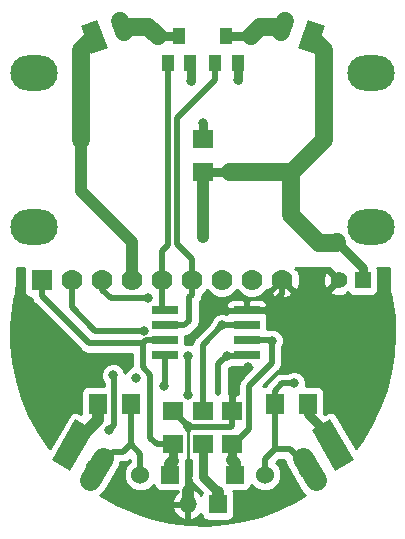
<source format=gbr>
G04 #@! TF.GenerationSoftware,KiCad,Pcbnew,5.0.0-rc2-dev-unknown-6866c0c~65~ubuntu18.04.1*
G04 #@! TF.CreationDate,2018-05-11T09:14:04+03:00*
G04 #@! TF.ProjectId,MiniBot_RevA,4D696E69426F745F526576412E6B6963,rev?*
G04 #@! TF.SameCoordinates,Original*
G04 #@! TF.FileFunction,Copper,L1,Top,Signal*
G04 #@! TF.FilePolarity,Positive*
%FSLAX46Y46*%
G04 Gerber Fmt 4.6, Leading zero omitted, Abs format (unit mm)*
G04 Created by KiCad (PCBNEW 5.0.0-rc2-dev-unknown-6866c0c~65~ubuntu18.04.1) date Fri May 11 09:14:04 2018*
%MOMM*%
%LPD*%
G01*
G04 APERTURE LIST*
%ADD10O,1.524000X1.524000*%
%ADD11R,1.524000X1.524000*%
%ADD12C,1.524000*%
%ADD13R,2.200000X0.700000*%
%ADD14O,1.110000X4.060000*%
%ADD15C,1.778000*%
%ADD16R,1.778000X1.778000*%
%ADD17C,1.800000*%
%ADD18C,0.100000*%
%ADD19O,4.000000X3.000000*%
%ADD20C,1.800000*%
%ADD21R,1.400000X1.400000*%
%ADD22C,1.400000*%
%ADD23R,1.778000X1.524000*%
%ADD24C,1.500000*%
%ADD25C,1.500000*%
%ADD26R,1.000000X1.400000*%
%ADD27R,1.524000X1.778000*%
%ADD28C,0.800000*%
%ADD29C,1.016000*%
%ADD30C,1.524000*%
%ADD31C,0.762000*%
%ADD32C,0.508000*%
%ADD33C,0.254000*%
G04 APERTURE END LIST*
D10*
X98730000Y-71500000D03*
D11*
X101270000Y-71500000D03*
X102730000Y-69000000D03*
D12*
X105270000Y-69000000D03*
D11*
X97270000Y-69000000D03*
D12*
X94730000Y-69000000D03*
D13*
X103735000Y-58905000D03*
X103735000Y-57635000D03*
X103735000Y-56365000D03*
X103735000Y-55095000D03*
X96765000Y-55095000D03*
X96765000Y-56365000D03*
X96765000Y-57635000D03*
X96765000Y-58905000D03*
D14*
X89713000Y-39200000D03*
X110287000Y-39200000D03*
D15*
X106700000Y-52500000D03*
X101620000Y-52500000D03*
X104160000Y-52500000D03*
X99080000Y-52500000D03*
X96540000Y-52500000D03*
D16*
X86380000Y-52500000D03*
D15*
X88920000Y-52500000D03*
X91460000Y-52500000D03*
X94000000Y-52500000D03*
D17*
X89000000Y-66500000D03*
D18*
G36*
X89220577Y-64317949D02*
X90779423Y-65217949D01*
X88779423Y-68682051D01*
X87220577Y-67782051D01*
X89220577Y-64317949D01*
X89220577Y-64317949D01*
G37*
D19*
X85750000Y-35000000D03*
X114250000Y-35000000D03*
X114250000Y-48000000D03*
D17*
X109000000Y-68500000D03*
D20*
X108450000Y-67547372D02*
X109550000Y-69452628D01*
D17*
X91000000Y-68500000D03*
D20*
X91550000Y-67547372D02*
X90450000Y-69452628D01*
D17*
X111000000Y-66500000D03*
D18*
G36*
X109220577Y-65217949D02*
X110779423Y-64317949D01*
X112779423Y-67782051D01*
X111220577Y-68682051D01*
X109220577Y-65217949D01*
X109220577Y-65217949D01*
G37*
D21*
X113528700Y-52535680D03*
D22*
X111499240Y-52538220D03*
D23*
X100000000Y-43397000D03*
X100000000Y-40603000D03*
D24*
X106806590Y-31065634D03*
D25*
X106977600Y-30595788D02*
X106635580Y-31535480D01*
D24*
X109193410Y-31934366D03*
D18*
G36*
X108916166Y-30503235D02*
X110325705Y-31016265D01*
X109470654Y-33365497D01*
X108061115Y-32852467D01*
X108916166Y-30503235D01*
X108916166Y-30503235D01*
G37*
D24*
X90806590Y-31934366D03*
D18*
G36*
X91938885Y-32852467D02*
X90529346Y-33365497D01*
X89674295Y-31016265D01*
X91083834Y-30503235D01*
X91938885Y-32852467D01*
X91938885Y-32852467D01*
G37*
D24*
X93193410Y-31065634D03*
D25*
X93364420Y-31535480D02*
X93022400Y-30595788D01*
D26*
X97997460Y-31897640D03*
X98952500Y-34107440D03*
X97050040Y-34107440D03*
X101050040Y-34107440D03*
X102952500Y-34107440D03*
X101997460Y-31897640D03*
D23*
X102500000Y-63603000D03*
X102500000Y-66397000D03*
X100000000Y-63603000D03*
X100000000Y-66397000D03*
D27*
X93897000Y-63000000D03*
X91103000Y-63000000D03*
X108897000Y-63000000D03*
X106103000Y-63000000D03*
D23*
X97500000Y-66397000D03*
X97500000Y-63603000D03*
D19*
X85750000Y-48000000D03*
D28*
X94370000Y-60806400D03*
X100059600Y-48843000D03*
X96757600Y-61517600D03*
X103006000Y-35571500D03*
X100000000Y-39200000D03*
X99005500Y-35635000D03*
X88451800Y-61924000D03*
X103793400Y-59917400D03*
X98751351Y-64845278D03*
X95020800Y-56791930D03*
X105825400Y-57656800D03*
X101627000Y-56365000D03*
X95335200Y-54075400D03*
X102015402Y-58926800D03*
X98789600Y-58952201D03*
X92414200Y-60577800D03*
X92084000Y-65226000D03*
X98789600Y-62219210D03*
X107730400Y-61263600D03*
D29*
X100000000Y-43397000D02*
X100000000Y-48783400D01*
X100000000Y-48783400D02*
X100059600Y-48843000D01*
D30*
X107565000Y-43397000D02*
X107459000Y-43397000D01*
X110287000Y-40675000D02*
X107565000Y-43397000D01*
X110287000Y-39200000D02*
X110287000Y-40675000D01*
X107459000Y-43397000D02*
X102320200Y-43397000D01*
D31*
X102320200Y-43397000D02*
X100000000Y-43397000D01*
D30*
X110287000Y-33027956D02*
X110287000Y-33425200D01*
X109193410Y-31934366D02*
X110287000Y-33027956D01*
X110287000Y-33425200D02*
X110287000Y-39200000D01*
D31*
X113528700Y-52535680D02*
X113528700Y-51491700D01*
X113528700Y-51491700D02*
X111348820Y-49311820D01*
D30*
X111309640Y-49351000D02*
X111348820Y-49311820D01*
X109838600Y-49351000D02*
X111309640Y-49351000D01*
X107459000Y-43397000D02*
X107459000Y-46971400D01*
X107459000Y-46971400D02*
X109838600Y-49351000D01*
X89696400Y-33044556D02*
X90806590Y-31934366D01*
X89713000Y-39200000D02*
X89696400Y-39183400D01*
X89696400Y-39183400D02*
X89696400Y-33044556D01*
X89713000Y-39200000D02*
X89713000Y-40675000D01*
D29*
X94000000Y-49285800D02*
X94000000Y-52500000D01*
X89713000Y-40675000D02*
X89713000Y-44998800D01*
X89713000Y-44998800D02*
X94000000Y-49285800D01*
D32*
X96765000Y-58905000D02*
X96765000Y-61510200D01*
X96765000Y-61510200D02*
X96757600Y-61517600D01*
D31*
X100000000Y-40603000D02*
X100000000Y-39200000D01*
X99005500Y-34160440D02*
X98952500Y-34107440D01*
X99005500Y-35635000D02*
X99005500Y-34160440D01*
X103006000Y-34160940D02*
X102952500Y-34107440D01*
X103006000Y-35571500D02*
X103006000Y-34160940D01*
D32*
X106700000Y-53734200D02*
X106700000Y-52500000D01*
X103235000Y-55095000D02*
X105339200Y-55095000D01*
X105339200Y-55095000D02*
X106700000Y-53734200D01*
D33*
X98738800Y-65180999D02*
X98738800Y-67842200D01*
D32*
X98738800Y-67842200D02*
X98730000Y-67851000D01*
D29*
X98730000Y-71500000D02*
X98730000Y-70382200D01*
D32*
X98730000Y-67851000D02*
X98730000Y-70382200D01*
X102500000Y-64873000D02*
X102500000Y-63603000D01*
X98738800Y-65180999D02*
X98947799Y-64972000D01*
X102401000Y-64972000D02*
X102500000Y-64873000D01*
X98947799Y-64972000D02*
X102401000Y-64972000D01*
X103393401Y-60317399D02*
X103793400Y-59917400D01*
X102500000Y-61210800D02*
X103393401Y-60317399D01*
X102500000Y-63603000D02*
X102500000Y-61210800D01*
X98738800Y-64714800D02*
X98738800Y-64714800D01*
X97500000Y-63603000D02*
X97509073Y-63603000D01*
X97509073Y-63603000D02*
X98351352Y-64445279D01*
X98351352Y-64445279D02*
X98751351Y-64845278D01*
X98738800Y-64857829D02*
X98751351Y-64845278D01*
X98738800Y-65180999D02*
X98738800Y-64857829D01*
D31*
X100000000Y-66397000D02*
X100000000Y-69154200D01*
X100000000Y-69154200D02*
X101270000Y-70424200D01*
D29*
X101270000Y-71500000D02*
X101270000Y-70424200D01*
D32*
X96765000Y-57635000D02*
X95157000Y-57635000D01*
X96103000Y-66397000D02*
X97500000Y-66397000D01*
X94928800Y-59917400D02*
X95563800Y-60552400D01*
X95157000Y-57635000D02*
X94928800Y-57863200D01*
X94928800Y-57863200D02*
X94928800Y-59917400D01*
X95563800Y-60552400D02*
X95563800Y-65857800D01*
X95563800Y-65857800D02*
X96103000Y-66397000D01*
X90346200Y-57863200D02*
X94928800Y-57863200D01*
X86380000Y-53897000D02*
X90346200Y-57863200D01*
X86380000Y-52500000D02*
X86380000Y-53897000D01*
D29*
X97270000Y-68097600D02*
X97500000Y-67867600D01*
X97270000Y-69000000D02*
X97270000Y-68097600D01*
D31*
X97500000Y-66397000D02*
X97500000Y-67867600D01*
D29*
X102730000Y-67996000D02*
X102500000Y-67766000D01*
X102730000Y-69000000D02*
X102730000Y-67996000D01*
D31*
X102500000Y-66397000D02*
X102500000Y-67766000D01*
D32*
X90914330Y-56791930D02*
X95020800Y-56791930D01*
X88920000Y-52500000D02*
X88920000Y-54797600D01*
X88920000Y-54797600D02*
X90914330Y-56791930D01*
X103235000Y-57635000D02*
X105803600Y-57635000D01*
X103897000Y-61464800D02*
X105825400Y-59536400D01*
X105803600Y-57635000D02*
X105825400Y-57656800D01*
X102500000Y-66397000D02*
X102627000Y-66397000D01*
X102627000Y-66397000D02*
X103897000Y-65127000D01*
X103897000Y-65127000D02*
X103897000Y-61464800D01*
X105825400Y-58222485D02*
X105825400Y-57656800D01*
X105825400Y-59536400D02*
X105825400Y-58222485D01*
D31*
X104052360Y-31897640D02*
X101997460Y-31897640D01*
D30*
X106806590Y-31065634D02*
X104884366Y-31065634D01*
X104884366Y-31065634D02*
X104052360Y-31897640D01*
D31*
X96197640Y-31897640D02*
X97997460Y-31897640D01*
D30*
X93193410Y-31065634D02*
X95365634Y-31065634D01*
X95365634Y-31065634D02*
X96197640Y-31897640D01*
D32*
X99080000Y-53757235D02*
X98865800Y-53971435D01*
X99080000Y-52500000D02*
X99080000Y-53757235D01*
X98865800Y-53971435D02*
X98865800Y-55955000D01*
X98455800Y-56365000D02*
X96765000Y-56365000D01*
X98865800Y-55955000D02*
X98455800Y-56365000D01*
X97800000Y-38809000D02*
X97800000Y-49453600D01*
X99080000Y-50733600D02*
X99080000Y-52500000D01*
X97800000Y-49453600D02*
X99080000Y-50733600D01*
X101050040Y-34107440D02*
X101050040Y-35558960D01*
X101050040Y-35558960D02*
X97800000Y-38809000D01*
X96540000Y-54870000D02*
X96765000Y-55095000D01*
X96540000Y-52500000D02*
X96540000Y-54870000D01*
X96540000Y-50076600D02*
X96540000Y-52500000D01*
X97050040Y-34107440D02*
X97050040Y-49566560D01*
X97050040Y-49566560D02*
X96540000Y-50076600D01*
X100000000Y-62333000D02*
X100000000Y-63603000D01*
X101627000Y-56365000D02*
X100000000Y-57992000D01*
X100000000Y-57992000D02*
X100000000Y-62333000D01*
X103235000Y-56365000D02*
X101627000Y-56365000D01*
X91460000Y-53324400D02*
X91460000Y-52500000D01*
X95335200Y-54075400D02*
X92211000Y-54075400D01*
X92211000Y-54075400D02*
X91460000Y-53324400D01*
D31*
X89000000Y-66500000D02*
X89000000Y-66176400D01*
D29*
X89000000Y-66500000D02*
X91103000Y-64397000D01*
X91103000Y-64397000D02*
X91103000Y-63000000D01*
D32*
X101615403Y-59326799D02*
X102015402Y-58926800D01*
X103213200Y-58926800D02*
X102581087Y-58926800D01*
X101304200Y-59638002D02*
X101615403Y-59326799D01*
X103235000Y-58905000D02*
X103213200Y-58926800D01*
X101304200Y-62117610D02*
X101304200Y-59638002D01*
X102581087Y-58926800D02*
X102015402Y-58926800D01*
D31*
X108897000Y-63852600D02*
X108897000Y-63000000D01*
X111000000Y-66500000D02*
X111000000Y-65955600D01*
X111000000Y-65955600D02*
X108897000Y-63852600D01*
D32*
X92515800Y-64794200D02*
X92084000Y-65226000D01*
X92414200Y-60577800D02*
X92515800Y-60679400D01*
X92515800Y-60679400D02*
X92515800Y-64794200D01*
X98789600Y-58952201D02*
X98789600Y-62219210D01*
X94730000Y-67262400D02*
X94730000Y-69000000D01*
X93897000Y-63000000D02*
X93897000Y-66429400D01*
X93897000Y-66429400D02*
X94730000Y-67262400D01*
X93249813Y-67076587D02*
X93897000Y-66429400D01*
X92423413Y-67076587D02*
X93249813Y-67076587D01*
X91000000Y-68500000D02*
X92423413Y-67076587D01*
X105270000Y-67686400D02*
X105270000Y-69000000D01*
X106104800Y-65252800D02*
X106104800Y-66851600D01*
X106103000Y-63000000D02*
X106103000Y-65251000D01*
X106104800Y-66851600D02*
X105270000Y-67686400D01*
X106103000Y-65251000D02*
X106104800Y-65252800D01*
X107351600Y-66851600D02*
X109000000Y-68500000D01*
X106104800Y-66851600D02*
X107351600Y-66851600D01*
X106103000Y-63000000D02*
X106103000Y-61875000D01*
X106714400Y-61263600D02*
X107730400Y-61263600D01*
X106103000Y-61875000D02*
X106714400Y-61263600D01*
D33*
G36*
X98863235Y-67757157D02*
X98984001Y-67781178D01*
X98984001Y-69054132D01*
X98964096Y-69154200D01*
X99042950Y-69550623D01*
X99184188Y-69762000D01*
X99267506Y-69886695D01*
X99352337Y-69943377D01*
X99908076Y-70499117D01*
X99865484Y-70713244D01*
X99565199Y-70380142D01*
X99073072Y-70145769D01*
X98857000Y-70267524D01*
X98857000Y-71373000D01*
X98877000Y-71373000D01*
X98877000Y-71627000D01*
X98857000Y-71627000D01*
X98857000Y-72732476D01*
X99073072Y-72854231D01*
X99565199Y-72619858D01*
X99865484Y-72286756D01*
X99909843Y-72509765D01*
X100050191Y-72719809D01*
X100260235Y-72860157D01*
X100508000Y-72909440D01*
X102032000Y-72909440D01*
X102279765Y-72860157D01*
X102489809Y-72719809D01*
X102630157Y-72509765D01*
X102679440Y-72262000D01*
X102679440Y-70738000D01*
X102630157Y-70490235D01*
X102576171Y-70409440D01*
X103492000Y-70409440D01*
X103739765Y-70360157D01*
X103949809Y-70219809D01*
X104090157Y-70009765D01*
X104125653Y-69831310D01*
X104478663Y-70184320D01*
X104992119Y-70397000D01*
X105547881Y-70397000D01*
X106061337Y-70184320D01*
X106454320Y-69791337D01*
X106667000Y-69277881D01*
X106667000Y-68722119D01*
X106454320Y-68208663D01*
X106229646Y-67983989D01*
X106473036Y-67740600D01*
X106899043Y-67740600D01*
X106898318Y-67751654D01*
X107045060Y-68183944D01*
X108296242Y-70351055D01*
X108597244Y-70694282D01*
X108644629Y-70717650D01*
X107790770Y-71239544D01*
X106390102Y-71920701D01*
X104930591Y-72464475D01*
X103425692Y-72865854D01*
X101889243Y-73121150D01*
X100335400Y-73228008D01*
X98778480Y-73185444D01*
X97232792Y-72993851D01*
X95712591Y-72654994D01*
X94231858Y-72171989D01*
X93477771Y-71843070D01*
X97375780Y-71843070D01*
X97529826Y-72214997D01*
X97894801Y-72619858D01*
X98386928Y-72854231D01*
X98603000Y-72732476D01*
X98603000Y-71627000D01*
X97498280Y-71627000D01*
X97375780Y-71843070D01*
X93477771Y-71843070D01*
X92804252Y-71549294D01*
X91442886Y-70792625D01*
X91342952Y-70723773D01*
X91402755Y-70694282D01*
X91703758Y-70351055D01*
X92954939Y-68183945D01*
X93029062Y-67965587D01*
X93162258Y-67965587D01*
X93249813Y-67983003D01*
X93337368Y-67965587D01*
X93337369Y-67965587D01*
X93596683Y-67914006D01*
X93841000Y-67750759D01*
X93841000Y-67913343D01*
X93545680Y-68208663D01*
X93333000Y-68722119D01*
X93333000Y-69277881D01*
X93545680Y-69791337D01*
X93938663Y-70184320D01*
X94452119Y-70397000D01*
X95007881Y-70397000D01*
X95521337Y-70184320D01*
X95874347Y-69831310D01*
X95909843Y-70009765D01*
X96050191Y-70219809D01*
X96260235Y-70360157D01*
X96508000Y-70409440D01*
X97868389Y-70409440D01*
X97529826Y-70785003D01*
X97375780Y-71156930D01*
X97498280Y-71373000D01*
X98603000Y-71373000D01*
X98603000Y-70267524D01*
X98497608Y-70208137D01*
X98630157Y-70009765D01*
X98679440Y-69762000D01*
X98679440Y-68238000D01*
X98635578Y-68017486D01*
X98665392Y-67867601D01*
X98642642Y-67753230D01*
X98750000Y-67681495D01*
X98863235Y-67757157D01*
X98863235Y-67757157D01*
G37*
X98863235Y-67757157D02*
X98984001Y-67781178D01*
X98984001Y-69054132D01*
X98964096Y-69154200D01*
X99042950Y-69550623D01*
X99184188Y-69762000D01*
X99267506Y-69886695D01*
X99352337Y-69943377D01*
X99908076Y-70499117D01*
X99865484Y-70713244D01*
X99565199Y-70380142D01*
X99073072Y-70145769D01*
X98857000Y-70267524D01*
X98857000Y-71373000D01*
X98877000Y-71373000D01*
X98877000Y-71627000D01*
X98857000Y-71627000D01*
X98857000Y-72732476D01*
X99073072Y-72854231D01*
X99565199Y-72619858D01*
X99865484Y-72286756D01*
X99909843Y-72509765D01*
X100050191Y-72719809D01*
X100260235Y-72860157D01*
X100508000Y-72909440D01*
X102032000Y-72909440D01*
X102279765Y-72860157D01*
X102489809Y-72719809D01*
X102630157Y-72509765D01*
X102679440Y-72262000D01*
X102679440Y-70738000D01*
X102630157Y-70490235D01*
X102576171Y-70409440D01*
X103492000Y-70409440D01*
X103739765Y-70360157D01*
X103949809Y-70219809D01*
X104090157Y-70009765D01*
X104125653Y-69831310D01*
X104478663Y-70184320D01*
X104992119Y-70397000D01*
X105547881Y-70397000D01*
X106061337Y-70184320D01*
X106454320Y-69791337D01*
X106667000Y-69277881D01*
X106667000Y-68722119D01*
X106454320Y-68208663D01*
X106229646Y-67983989D01*
X106473036Y-67740600D01*
X106899043Y-67740600D01*
X106898318Y-67751654D01*
X107045060Y-68183944D01*
X108296242Y-70351055D01*
X108597244Y-70694282D01*
X108644629Y-70717650D01*
X107790770Y-71239544D01*
X106390102Y-71920701D01*
X104930591Y-72464475D01*
X103425692Y-72865854D01*
X101889243Y-73121150D01*
X100335400Y-73228008D01*
X98778480Y-73185444D01*
X97232792Y-72993851D01*
X95712591Y-72654994D01*
X94231858Y-72171989D01*
X93477771Y-71843070D01*
X97375780Y-71843070D01*
X97529826Y-72214997D01*
X97894801Y-72619858D01*
X98386928Y-72854231D01*
X98603000Y-72732476D01*
X98603000Y-71627000D01*
X97498280Y-71627000D01*
X97375780Y-71843070D01*
X93477771Y-71843070D01*
X92804252Y-71549294D01*
X91442886Y-70792625D01*
X91342952Y-70723773D01*
X91402755Y-70694282D01*
X91703758Y-70351055D01*
X92954939Y-68183945D01*
X93029062Y-67965587D01*
X93162258Y-67965587D01*
X93249813Y-67983003D01*
X93337368Y-67965587D01*
X93337369Y-67965587D01*
X93596683Y-67914006D01*
X93841000Y-67750759D01*
X93841000Y-67913343D01*
X93545680Y-68208663D01*
X93333000Y-68722119D01*
X93333000Y-69277881D01*
X93545680Y-69791337D01*
X93938663Y-70184320D01*
X94452119Y-70397000D01*
X95007881Y-70397000D01*
X95521337Y-70184320D01*
X95874347Y-69831310D01*
X95909843Y-70009765D01*
X96050191Y-70219809D01*
X96260235Y-70360157D01*
X96508000Y-70409440D01*
X97868389Y-70409440D01*
X97529826Y-70785003D01*
X97375780Y-71156930D01*
X97498280Y-71373000D01*
X98603000Y-71373000D01*
X98603000Y-70267524D01*
X98497608Y-70208137D01*
X98630157Y-70009765D01*
X98679440Y-69762000D01*
X98679440Y-68238000D01*
X98635578Y-68017486D01*
X98665392Y-67867601D01*
X98642642Y-67753230D01*
X98750000Y-67681495D01*
X98863235Y-67757157D01*
G36*
X84843560Y-51611000D02*
X84843560Y-53389000D01*
X84892843Y-53636765D01*
X85033191Y-53846809D01*
X85243235Y-53987157D01*
X85491000Y-54036440D01*
X85501321Y-54036440D01*
X85542582Y-54243870D01*
X85661785Y-54422270D01*
X85739068Y-54537933D01*
X85813294Y-54587529D01*
X89655671Y-58429907D01*
X89705267Y-58504133D01*
X89999330Y-58700619D01*
X90258644Y-58752200D01*
X90258645Y-58752200D01*
X90346200Y-58769616D01*
X90433755Y-58752200D01*
X94039800Y-58752200D01*
X94039801Y-59822897D01*
X93783720Y-59928969D01*
X93492569Y-60220120D01*
X93439445Y-60348374D01*
X93291631Y-59991520D01*
X93000480Y-59700369D01*
X92620074Y-59542800D01*
X92208326Y-59542800D01*
X91827920Y-59700369D01*
X91536769Y-59991520D01*
X91379200Y-60371926D01*
X91379200Y-60783674D01*
X91536769Y-61164080D01*
X91626800Y-61254111D01*
X91626800Y-61463560D01*
X90341000Y-61463560D01*
X90093235Y-61512843D01*
X89883191Y-61653191D01*
X89742843Y-61863235D01*
X89693560Y-62111000D01*
X89693560Y-63843426D01*
X89544297Y-63757249D01*
X89305085Y-63676048D01*
X89053007Y-63692570D01*
X88826440Y-63804300D01*
X88659877Y-63994229D01*
X87054436Y-66774934D01*
X86899176Y-66582752D01*
X86041023Y-65282975D01*
X85311399Y-63906930D01*
X84717020Y-62467288D01*
X84263365Y-60977314D01*
X83954605Y-59450717D01*
X83793584Y-57901545D01*
X83781785Y-56344082D01*
X83920206Y-54782633D01*
X84015943Y-54178174D01*
X84123973Y-53863540D01*
X84129937Y-53834868D01*
X84140717Y-53807640D01*
X84158013Y-53716973D01*
X84233368Y-53120479D01*
X84242456Y-53074435D01*
X84240190Y-51532447D01*
X84859265Y-51532044D01*
X84843560Y-51611000D01*
X84843560Y-51611000D01*
G37*
X84843560Y-51611000D02*
X84843560Y-53389000D01*
X84892843Y-53636765D01*
X85033191Y-53846809D01*
X85243235Y-53987157D01*
X85491000Y-54036440D01*
X85501321Y-54036440D01*
X85542582Y-54243870D01*
X85661785Y-54422270D01*
X85739068Y-54537933D01*
X85813294Y-54587529D01*
X89655671Y-58429907D01*
X89705267Y-58504133D01*
X89999330Y-58700619D01*
X90258644Y-58752200D01*
X90258645Y-58752200D01*
X90346200Y-58769616D01*
X90433755Y-58752200D01*
X94039800Y-58752200D01*
X94039801Y-59822897D01*
X93783720Y-59928969D01*
X93492569Y-60220120D01*
X93439445Y-60348374D01*
X93291631Y-59991520D01*
X93000480Y-59700369D01*
X92620074Y-59542800D01*
X92208326Y-59542800D01*
X91827920Y-59700369D01*
X91536769Y-59991520D01*
X91379200Y-60371926D01*
X91379200Y-60783674D01*
X91536769Y-61164080D01*
X91626800Y-61254111D01*
X91626800Y-61463560D01*
X90341000Y-61463560D01*
X90093235Y-61512843D01*
X89883191Y-61653191D01*
X89742843Y-61863235D01*
X89693560Y-62111000D01*
X89693560Y-63843426D01*
X89544297Y-63757249D01*
X89305085Y-63676048D01*
X89053007Y-63692570D01*
X88826440Y-63804300D01*
X88659877Y-63994229D01*
X87054436Y-66774934D01*
X86899176Y-66582752D01*
X86041023Y-65282975D01*
X85311399Y-63906930D01*
X84717020Y-62467288D01*
X84263365Y-60977314D01*
X83954605Y-59450717D01*
X83793584Y-57901545D01*
X83781785Y-56344082D01*
X83920206Y-54782633D01*
X84015943Y-54178174D01*
X84123973Y-53863540D01*
X84129937Y-53834868D01*
X84140717Y-53807640D01*
X84158013Y-53716973D01*
X84233368Y-53120479D01*
X84242456Y-53074435D01*
X84240190Y-51532447D01*
X84859265Y-51532044D01*
X84843560Y-51611000D01*
G36*
X115755068Y-52965521D02*
X115754744Y-52967407D01*
X115755033Y-52983037D01*
X115754857Y-53070917D01*
X115759134Y-53092647D01*
X115789428Y-53464422D01*
X115795589Y-53493762D01*
X115796696Y-53523719D01*
X115817328Y-53613686D01*
X115979896Y-54161918D01*
X116177264Y-55674530D01*
X116229827Y-57231146D01*
X116132953Y-58785648D01*
X115887534Y-60323700D01*
X115495828Y-61831153D01*
X114961442Y-63294122D01*
X114289297Y-64699138D01*
X113485581Y-66033261D01*
X112941137Y-66767266D01*
X111340123Y-63994229D01*
X111173560Y-63804300D01*
X110946993Y-63692570D01*
X110694915Y-63676048D01*
X110455703Y-63757249D01*
X110317995Y-63836755D01*
X110306440Y-63825200D01*
X110306440Y-62111000D01*
X110257157Y-61863235D01*
X110116809Y-61653191D01*
X109906765Y-61512843D01*
X109659000Y-61463560D01*
X108765400Y-61463560D01*
X108765400Y-61057726D01*
X108607831Y-60677320D01*
X108316680Y-60386169D01*
X107936274Y-60228600D01*
X107524526Y-60228600D01*
X107172050Y-60374600D01*
X106801954Y-60374600D01*
X106714399Y-60357184D01*
X106626844Y-60374600D01*
X106367530Y-60426181D01*
X106073467Y-60622667D01*
X106023870Y-60696894D01*
X105536294Y-61184471D01*
X105462068Y-61234067D01*
X105412472Y-61308293D01*
X105412471Y-61308294D01*
X105303779Y-61470964D01*
X105109410Y-61509626D01*
X106392107Y-60226929D01*
X106466333Y-60177333D01*
X106662819Y-59883270D01*
X106714400Y-59623956D01*
X106714400Y-59623952D01*
X106731815Y-59536401D01*
X106714400Y-59448850D01*
X106714400Y-58215150D01*
X106860400Y-57862674D01*
X106860400Y-57450926D01*
X106702831Y-57070520D01*
X106411680Y-56779369D01*
X106031274Y-56621800D01*
X105619526Y-56621800D01*
X105482440Y-56678583D01*
X105482440Y-56015000D01*
X105433157Y-55767235D01*
X105405802Y-55726296D01*
X105470000Y-55571309D01*
X105470000Y-55380750D01*
X105311250Y-55222000D01*
X103862000Y-55222000D01*
X103862000Y-55242000D01*
X103608000Y-55242000D01*
X103608000Y-55222000D01*
X102158750Y-55222000D01*
X102000000Y-55380750D01*
X102000000Y-55399226D01*
X101832874Y-55330000D01*
X101421126Y-55330000D01*
X101040720Y-55487569D01*
X100749569Y-55778720D01*
X100603569Y-56131195D01*
X99433296Y-57301469D01*
X99359067Y-57351067D01*
X99162581Y-57645131D01*
X99126419Y-57826930D01*
X99099862Y-57960440D01*
X98995474Y-57917201D01*
X98583726Y-57917201D01*
X98512440Y-57946729D01*
X98512440Y-57285000D01*
X98507685Y-57261095D01*
X98543355Y-57254000D01*
X98543356Y-57254000D01*
X98802670Y-57202419D01*
X99096733Y-57005933D01*
X99146331Y-56931704D01*
X99432504Y-56645531D01*
X99506733Y-56595933D01*
X99651517Y-56379248D01*
X99703219Y-56301871D01*
X99772216Y-55955000D01*
X99754800Y-55867444D01*
X99754800Y-54618691D01*
X102000000Y-54618691D01*
X102000000Y-54809250D01*
X102158750Y-54968000D01*
X103608000Y-54968000D01*
X103608000Y-54268750D01*
X103862000Y-54268750D01*
X103862000Y-54968000D01*
X105311250Y-54968000D01*
X105470000Y-54809250D01*
X105470000Y-54618691D01*
X105373327Y-54385302D01*
X105194699Y-54206673D01*
X104961310Y-54110000D01*
X104020750Y-54110000D01*
X103862000Y-54268750D01*
X103608000Y-54268750D01*
X103449250Y-54110000D01*
X102508690Y-54110000D01*
X102275301Y-54206673D01*
X102096673Y-54385302D01*
X102000000Y-54618691D01*
X99754800Y-54618691D01*
X99754800Y-54347482D01*
X99917419Y-54104105D01*
X99969000Y-53844791D01*
X99986416Y-53757235D01*
X99985024Y-53750238D01*
X100350000Y-53385262D01*
X100756723Y-53791985D01*
X101316858Y-54024000D01*
X101923142Y-54024000D01*
X102483277Y-53791985D01*
X102890000Y-53385262D01*
X103296723Y-53791985D01*
X103856858Y-54024000D01*
X104463142Y-54024000D01*
X105023277Y-53791985D01*
X105243066Y-53572196D01*
X105807409Y-53572196D01*
X105892467Y-53827539D01*
X106461965Y-54035516D01*
X107067700Y-54009723D01*
X107507533Y-53827539D01*
X107592591Y-53572196D01*
X106700000Y-52679605D01*
X105807409Y-53572196D01*
X105243066Y-53572196D01*
X105451985Y-53363277D01*
X105462633Y-53337570D01*
X105627804Y-53392591D01*
X106520395Y-52500000D01*
X106506253Y-52485858D01*
X106685858Y-52306253D01*
X106700000Y-52320395D01*
X106714143Y-52306253D01*
X106893748Y-52485858D01*
X106879605Y-52500000D01*
X107772196Y-53392591D01*
X108027539Y-53307533D01*
X108235516Y-52738035D01*
X108218795Y-52345342D01*
X110151821Y-52345342D01*
X110180576Y-52875660D01*
X110328198Y-53232051D01*
X110563965Y-53293889D01*
X111319635Y-52538220D01*
X110563965Y-51782551D01*
X110328198Y-51844389D01*
X110151821Y-52345342D01*
X108218795Y-52345342D01*
X108209723Y-52132300D01*
X108027539Y-51692467D01*
X107772198Y-51607410D01*
X107862569Y-51517039D01*
X110766600Y-51515144D01*
X110743571Y-51602945D01*
X111499240Y-52358615D01*
X111513382Y-52344472D01*
X111692988Y-52524078D01*
X111678845Y-52538220D01*
X111692988Y-52552362D01*
X111513382Y-52731968D01*
X111499240Y-52717825D01*
X110743571Y-53473495D01*
X110805409Y-53709262D01*
X111306362Y-53885639D01*
X111836680Y-53856884D01*
X112193071Y-53709262D01*
X112246167Y-53506827D01*
X112370891Y-53693489D01*
X112580935Y-53833837D01*
X112828700Y-53883120D01*
X114228700Y-53883120D01*
X114476465Y-53833837D01*
X114686509Y-53693489D01*
X114826857Y-53483445D01*
X114876140Y-53235680D01*
X114876140Y-51835680D01*
X114826857Y-51587915D01*
X114776485Y-51512528D01*
X115757975Y-51511888D01*
X115755068Y-52965521D01*
X115755068Y-52965521D01*
G37*
X115755068Y-52965521D02*
X115754744Y-52967407D01*
X115755033Y-52983037D01*
X115754857Y-53070917D01*
X115759134Y-53092647D01*
X115789428Y-53464422D01*
X115795589Y-53493762D01*
X115796696Y-53523719D01*
X115817328Y-53613686D01*
X115979896Y-54161918D01*
X116177264Y-55674530D01*
X116229827Y-57231146D01*
X116132953Y-58785648D01*
X115887534Y-60323700D01*
X115495828Y-61831153D01*
X114961442Y-63294122D01*
X114289297Y-64699138D01*
X113485581Y-66033261D01*
X112941137Y-66767266D01*
X111340123Y-63994229D01*
X111173560Y-63804300D01*
X110946993Y-63692570D01*
X110694915Y-63676048D01*
X110455703Y-63757249D01*
X110317995Y-63836755D01*
X110306440Y-63825200D01*
X110306440Y-62111000D01*
X110257157Y-61863235D01*
X110116809Y-61653191D01*
X109906765Y-61512843D01*
X109659000Y-61463560D01*
X108765400Y-61463560D01*
X108765400Y-61057726D01*
X108607831Y-60677320D01*
X108316680Y-60386169D01*
X107936274Y-60228600D01*
X107524526Y-60228600D01*
X107172050Y-60374600D01*
X106801954Y-60374600D01*
X106714399Y-60357184D01*
X106626844Y-60374600D01*
X106367530Y-60426181D01*
X106073467Y-60622667D01*
X106023870Y-60696894D01*
X105536294Y-61184471D01*
X105462068Y-61234067D01*
X105412472Y-61308293D01*
X105412471Y-61308294D01*
X105303779Y-61470964D01*
X105109410Y-61509626D01*
X106392107Y-60226929D01*
X106466333Y-60177333D01*
X106662819Y-59883270D01*
X106714400Y-59623956D01*
X106714400Y-59623952D01*
X106731815Y-59536401D01*
X106714400Y-59448850D01*
X106714400Y-58215150D01*
X106860400Y-57862674D01*
X106860400Y-57450926D01*
X106702831Y-57070520D01*
X106411680Y-56779369D01*
X106031274Y-56621800D01*
X105619526Y-56621800D01*
X105482440Y-56678583D01*
X105482440Y-56015000D01*
X105433157Y-55767235D01*
X105405802Y-55726296D01*
X105470000Y-55571309D01*
X105470000Y-55380750D01*
X105311250Y-55222000D01*
X103862000Y-55222000D01*
X103862000Y-55242000D01*
X103608000Y-55242000D01*
X103608000Y-55222000D01*
X102158750Y-55222000D01*
X102000000Y-55380750D01*
X102000000Y-55399226D01*
X101832874Y-55330000D01*
X101421126Y-55330000D01*
X101040720Y-55487569D01*
X100749569Y-55778720D01*
X100603569Y-56131195D01*
X99433296Y-57301469D01*
X99359067Y-57351067D01*
X99162581Y-57645131D01*
X99126419Y-57826930D01*
X99099862Y-57960440D01*
X98995474Y-57917201D01*
X98583726Y-57917201D01*
X98512440Y-57946729D01*
X98512440Y-57285000D01*
X98507685Y-57261095D01*
X98543355Y-57254000D01*
X98543356Y-57254000D01*
X98802670Y-57202419D01*
X99096733Y-57005933D01*
X99146331Y-56931704D01*
X99432504Y-56645531D01*
X99506733Y-56595933D01*
X99651517Y-56379248D01*
X99703219Y-56301871D01*
X99772216Y-55955000D01*
X99754800Y-55867444D01*
X99754800Y-54618691D01*
X102000000Y-54618691D01*
X102000000Y-54809250D01*
X102158750Y-54968000D01*
X103608000Y-54968000D01*
X103608000Y-54268750D01*
X103862000Y-54268750D01*
X103862000Y-54968000D01*
X105311250Y-54968000D01*
X105470000Y-54809250D01*
X105470000Y-54618691D01*
X105373327Y-54385302D01*
X105194699Y-54206673D01*
X104961310Y-54110000D01*
X104020750Y-54110000D01*
X103862000Y-54268750D01*
X103608000Y-54268750D01*
X103449250Y-54110000D01*
X102508690Y-54110000D01*
X102275301Y-54206673D01*
X102096673Y-54385302D01*
X102000000Y-54618691D01*
X99754800Y-54618691D01*
X99754800Y-54347482D01*
X99917419Y-54104105D01*
X99969000Y-53844791D01*
X99986416Y-53757235D01*
X99985024Y-53750238D01*
X100350000Y-53385262D01*
X100756723Y-53791985D01*
X101316858Y-54024000D01*
X101923142Y-54024000D01*
X102483277Y-53791985D01*
X102890000Y-53385262D01*
X103296723Y-53791985D01*
X103856858Y-54024000D01*
X104463142Y-54024000D01*
X105023277Y-53791985D01*
X105243066Y-53572196D01*
X105807409Y-53572196D01*
X105892467Y-53827539D01*
X106461965Y-54035516D01*
X107067700Y-54009723D01*
X107507533Y-53827539D01*
X107592591Y-53572196D01*
X106700000Y-52679605D01*
X105807409Y-53572196D01*
X105243066Y-53572196D01*
X105451985Y-53363277D01*
X105462633Y-53337570D01*
X105627804Y-53392591D01*
X106520395Y-52500000D01*
X106506253Y-52485858D01*
X106685858Y-52306253D01*
X106700000Y-52320395D01*
X106714143Y-52306253D01*
X106893748Y-52485858D01*
X106879605Y-52500000D01*
X107772196Y-53392591D01*
X108027539Y-53307533D01*
X108235516Y-52738035D01*
X108218795Y-52345342D01*
X110151821Y-52345342D01*
X110180576Y-52875660D01*
X110328198Y-53232051D01*
X110563965Y-53293889D01*
X111319635Y-52538220D01*
X110563965Y-51782551D01*
X110328198Y-51844389D01*
X110151821Y-52345342D01*
X108218795Y-52345342D01*
X108209723Y-52132300D01*
X108027539Y-51692467D01*
X107772198Y-51607410D01*
X107862569Y-51517039D01*
X110766600Y-51515144D01*
X110743571Y-51602945D01*
X111499240Y-52358615D01*
X111513382Y-52344472D01*
X111692988Y-52524078D01*
X111678845Y-52538220D01*
X111692988Y-52552362D01*
X111513382Y-52731968D01*
X111499240Y-52717825D01*
X110743571Y-53473495D01*
X110805409Y-53709262D01*
X111306362Y-53885639D01*
X111836680Y-53856884D01*
X112193071Y-53709262D01*
X112246167Y-53506827D01*
X112370891Y-53693489D01*
X112580935Y-53833837D01*
X112828700Y-53883120D01*
X114228700Y-53883120D01*
X114476465Y-53833837D01*
X114686509Y-53693489D01*
X114826857Y-53483445D01*
X114876140Y-53235680D01*
X114876140Y-51835680D01*
X114826857Y-51587915D01*
X114776485Y-51512528D01*
X115757975Y-51511888D01*
X115755068Y-52965521D01*
G36*
X98863235Y-64963157D02*
X99048459Y-65000000D01*
X98863235Y-65036843D01*
X98750000Y-65112505D01*
X98636765Y-65036843D01*
X98451541Y-65000000D01*
X98515310Y-65000000D01*
X98748699Y-64903327D01*
X98758711Y-64893315D01*
X98863235Y-64963157D01*
X98863235Y-64963157D01*
G37*
X98863235Y-64963157D02*
X99048459Y-65000000D01*
X98863235Y-65036843D01*
X98750000Y-65112505D01*
X98636765Y-65036843D01*
X98451541Y-65000000D01*
X98515310Y-65000000D01*
X98748699Y-64903327D01*
X98758711Y-64893315D01*
X98863235Y-64963157D01*
G36*
X97627000Y-63476000D02*
X97647000Y-63476000D01*
X97647000Y-63730000D01*
X97627000Y-63730000D01*
X97627000Y-63750000D01*
X97373000Y-63750000D01*
X97373000Y-63730000D01*
X97353000Y-63730000D01*
X97353000Y-63476000D01*
X97373000Y-63476000D01*
X97373000Y-63456000D01*
X97627000Y-63456000D01*
X97627000Y-63476000D01*
X97627000Y-63476000D01*
G37*
X97627000Y-63476000D02*
X97647000Y-63476000D01*
X97647000Y-63730000D01*
X97627000Y-63730000D01*
X97627000Y-63750000D01*
X97373000Y-63750000D01*
X97373000Y-63730000D01*
X97353000Y-63730000D01*
X97353000Y-63476000D01*
X97373000Y-63476000D01*
X97373000Y-63456000D01*
X97627000Y-63456000D01*
X97627000Y-63476000D01*
G36*
X102635000Y-59902440D02*
X104202125Y-59902440D01*
X103330294Y-60774271D01*
X103256068Y-60823867D01*
X103206472Y-60898093D01*
X103206471Y-60898094D01*
X103059582Y-61117930D01*
X102990584Y-61464800D01*
X103008001Y-61552359D01*
X103008001Y-62206000D01*
X102785750Y-62206000D01*
X102627000Y-62364750D01*
X102627000Y-63476000D01*
X102647000Y-63476000D01*
X102647000Y-63730000D01*
X102627000Y-63730000D01*
X102627000Y-63750000D01*
X102373000Y-63750000D01*
X102373000Y-63730000D01*
X102353000Y-63730000D01*
X102353000Y-63476000D01*
X102373000Y-63476000D01*
X102373000Y-62364750D01*
X102214250Y-62206000D01*
X102193034Y-62206000D01*
X102193200Y-62205166D01*
X102193200Y-60006237D01*
X102249206Y-59950231D01*
X102452313Y-59866102D01*
X102635000Y-59902440D01*
X102635000Y-59902440D01*
G37*
X102635000Y-59902440D02*
X104202125Y-59902440D01*
X103330294Y-60774271D01*
X103256068Y-60823867D01*
X103206472Y-60898093D01*
X103206471Y-60898094D01*
X103059582Y-61117930D01*
X102990584Y-61464800D01*
X103008001Y-61552359D01*
X103008001Y-62206000D01*
X102785750Y-62206000D01*
X102627000Y-62364750D01*
X102627000Y-63476000D01*
X102647000Y-63476000D01*
X102647000Y-63730000D01*
X102627000Y-63730000D01*
X102627000Y-63750000D01*
X102373000Y-63750000D01*
X102373000Y-63730000D01*
X102353000Y-63730000D01*
X102353000Y-63476000D01*
X102373000Y-63476000D01*
X102373000Y-62364750D01*
X102214250Y-62206000D01*
X102193034Y-62206000D01*
X102193200Y-62205166D01*
X102193200Y-60006237D01*
X102249206Y-59950231D01*
X102452313Y-59866102D01*
X102635000Y-59902440D01*
M02*

</source>
